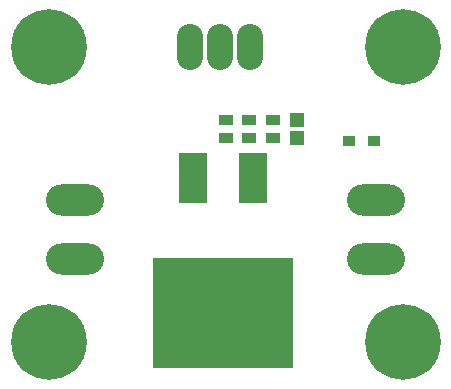
<source format=gts>
G04 #@! TF.FileFunction,Soldermask,Top*
%FSLAX46Y46*%
G04 Gerber Fmt 4.6, Leading zero omitted, Abs format (unit mm)*
G04 Created by KiCad (PCBNEW 4.0.2-stable) date 04/06/2016 20:31:28*
%MOMM*%
G01*
G04 APERTURE LIST*
%ADD10C,0.100000*%
%ADD11C,6.400000*%
%ADD12R,0.990000X0.850000*%
%ADD13O,2.200860X3.900120*%
%ADD14R,1.197560X1.197560*%
%ADD15R,1.300000X0.900000*%
%ADD16O,4.900000X2.650000*%
%ADD17R,2.482800X4.210000*%
%ADD18R,11.830000X9.290000*%
G04 APERTURE END LIST*
D10*
D11*
X133500000Y-92500000D03*
X163500000Y-92500000D03*
X133500000Y-117500000D03*
X163500000Y-117500000D03*
D12*
X161055000Y-100500000D03*
X158945000Y-100500000D03*
D13*
X145460000Y-92500000D03*
X148000000Y-92500000D03*
X150540000Y-92500000D03*
D14*
X154500000Y-100249300D03*
X154500000Y-98750700D03*
D15*
X150500000Y-100250000D03*
X150500000Y-98750000D03*
X148500000Y-100250000D03*
X148500000Y-98750000D03*
X152500000Y-98750000D03*
X152500000Y-100250000D03*
D16*
X161250000Y-110500000D03*
X161250000Y-105500000D03*
X135750000Y-105500000D03*
X135750000Y-110500000D03*
D17*
X150840000Y-103660000D03*
X145760000Y-103660000D03*
D18*
X148300000Y-115090000D03*
M02*

</source>
